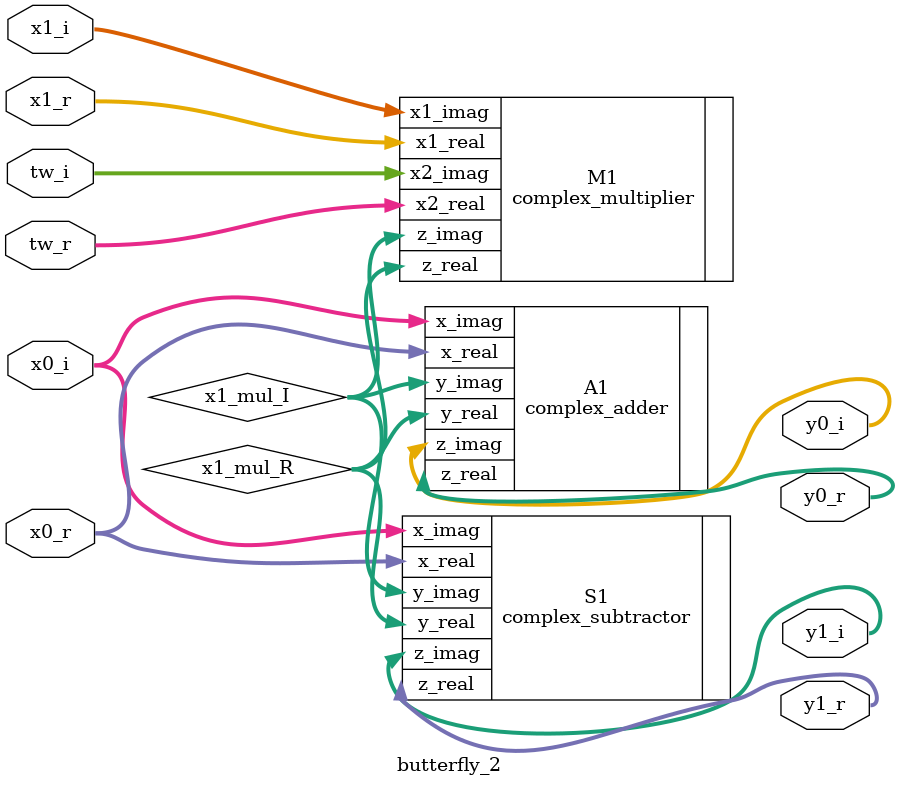
<source format=v>
module butterfly_2 #
	(
	parameter N = 16,
	parameter Q = 8
	)
	(
	input  signed  [N-1:0]  x0_r,
	input  signed  [N-1:0]  x0_i,
	input  signed  [N-1:0]  x1_r,
	input  signed  [N-1:0]  x1_i,

	input  signed  [N-1:0]  tw_r,
	input  signed  [N-1:0]  tw_i,

	output  signed  [N-1:0]  y0_r,
	output 	signed  [N-1:0]  y0_i,
	output  signed  [N-1:0]  y1_r,
	output  signed  [N-1:0]  y1_i
	);

//calculation of the multiplication stage(multiplication with twiddle factors)

wire  signed  [N-1:0]  x1_mul_R;
wire  signed  [N-1:0]  x1_mul_I;


//multiplication with the twiddle factor
complex_multiplier # (.N(N), .Q(Q)) M1
	(
	.x1_real(x1_r),
	.x1_imag(x1_i),
	.x2_real(tw_r),
	.x2_imag(tw_i),
	.z_real(x1_mul_R),
	.z_imag(x1_mul_I)
	);   

//1st equation output 
complex_adder # (.N(N)) A1
	(
	.x_real(x0_r),
	.x_imag(x0_i),
	.y_real(x1_mul_R),
	.y_imag(x1_mul_I),
	.z_real(y0_r),
	.z_imag(y0_i)
	);

//2nd equation output
complex_subtractor # (.N(N)) S1
	(
	.x_real(x0_r),
	.x_imag(x0_i),
	.y_real(x1_mul_R),
	.y_imag(x1_mul_I),
	.z_real(y1_r),
	.z_imag(y1_i)
	);

endmodule

</source>
